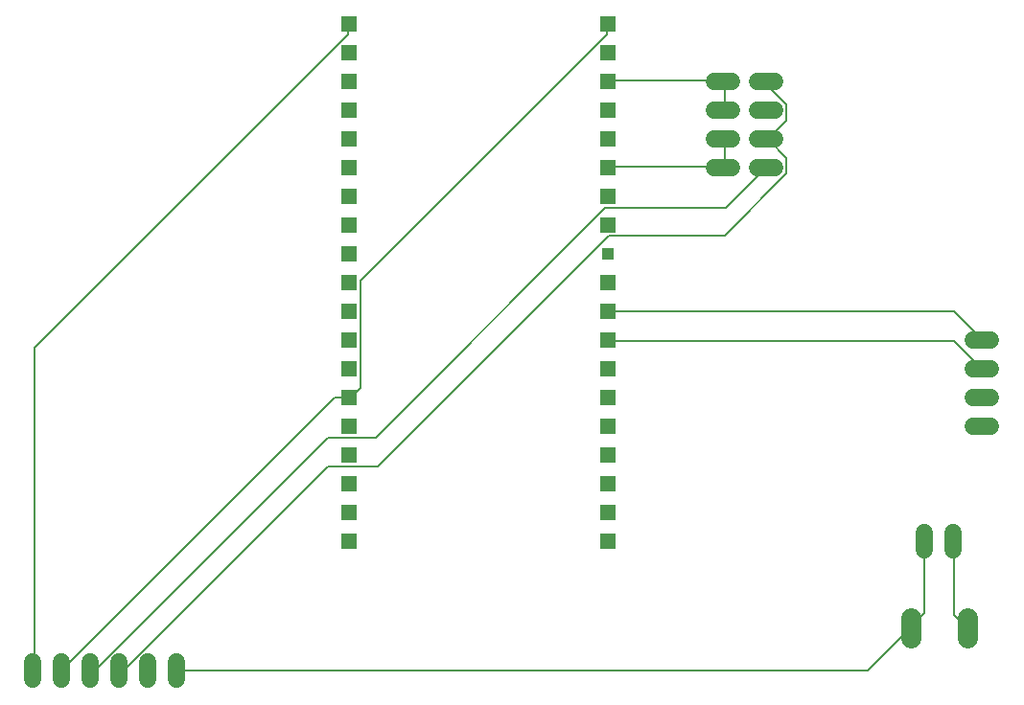
<source format=gbr>
G04 EAGLE Gerber RS-274X export*
G75*
%MOMM*%
%FSLAX34Y34*%
%LPD*%
%INTop Copper*%
%IPPOS*%
%AMOC8*
5,1,8,0,0,1.08239X$1,22.5*%
G01*
%ADD10R,1.358000X1.358000*%
%ADD11R,1.108000X1.108000*%
%ADD12C,1.524000*%
%ADD13C,1.790700*%
%ADD14C,0.152400*%


D10*
X368300Y177800D03*
X368300Y203200D03*
X368300Y228600D03*
X368300Y254000D03*
X368300Y279400D03*
X368300Y304800D03*
X368300Y330200D03*
X368300Y355600D03*
X368300Y381000D03*
X368300Y406400D03*
X368300Y431800D03*
X368300Y457200D03*
X368300Y482600D03*
X368300Y508000D03*
X368300Y533400D03*
X368300Y558800D03*
X368300Y584200D03*
X368300Y609600D03*
X368300Y635000D03*
X596900Y177800D03*
X596900Y203200D03*
X596900Y228600D03*
X596900Y254000D03*
X596900Y279400D03*
X596900Y304800D03*
X596900Y330200D03*
X596900Y355600D03*
X596900Y381000D03*
X596900Y406400D03*
D11*
X596900Y431800D03*
D10*
X596900Y457200D03*
X596900Y482600D03*
X596900Y508000D03*
X596900Y533400D03*
X596900Y558800D03*
X596900Y584200D03*
X596900Y609600D03*
X596900Y635000D03*
D12*
X690880Y584200D02*
X706120Y584200D01*
X706120Y558800D02*
X690880Y558800D01*
X690880Y533400D02*
X706120Y533400D01*
X706120Y508000D02*
X690880Y508000D01*
X728980Y508000D02*
X744220Y508000D01*
X744220Y533400D02*
X728980Y533400D01*
X728980Y558800D02*
X744220Y558800D01*
X744220Y584200D02*
X728980Y584200D01*
X919480Y355600D02*
X934720Y355600D01*
X934720Y330200D02*
X919480Y330200D01*
X919480Y304800D02*
X934720Y304800D01*
X934720Y279400D02*
X919480Y279400D01*
X88900Y71120D02*
X88900Y55880D01*
X114300Y55880D02*
X114300Y71120D01*
X139700Y71120D02*
X139700Y55880D01*
X165100Y55880D02*
X165100Y71120D01*
X190500Y71120D02*
X190500Y55880D01*
X215900Y55880D02*
X215900Y71120D01*
D13*
X864000Y92647D02*
X864000Y110554D01*
X914000Y110554D02*
X914000Y92647D01*
D12*
X876300Y170180D02*
X876300Y185420D01*
X901700Y185420D02*
X901700Y170180D01*
D14*
X368300Y304800D02*
X355092Y304800D01*
X114300Y64008D01*
X114300Y63500D01*
X595884Y626364D02*
X595884Y633984D01*
X595884Y626364D02*
X377952Y408432D01*
X377952Y313944D01*
X368808Y304800D01*
X595884Y633984D02*
X596900Y635000D01*
X368808Y304800D02*
X368300Y304800D01*
X367284Y626364D02*
X367284Y633984D01*
X367284Y626364D02*
X89916Y348996D01*
X89916Y64008D01*
X367284Y633984D02*
X368300Y635000D01*
X89916Y64008D02*
X88900Y63500D01*
X597408Y585216D02*
X697992Y585216D01*
X597408Y585216D02*
X596900Y584200D01*
X697992Y585216D02*
X698500Y584200D01*
X699516Y583692D02*
X699516Y559308D01*
X698500Y558800D01*
X699516Y583692D02*
X698500Y584200D01*
X697992Y509016D02*
X597408Y509016D01*
X596900Y508000D01*
X697992Y509016D02*
X698500Y508000D01*
X699516Y509016D02*
X699516Y533400D01*
X698500Y533400D01*
X699516Y509016D02*
X698500Y508000D01*
X143256Y64008D02*
X140208Y64008D01*
X143256Y64008D02*
X348996Y269748D01*
X391668Y269748D01*
X594360Y472440D01*
X701040Y472440D01*
X736600Y508000D01*
X140208Y64008D02*
X139700Y63500D01*
X166116Y64008D02*
X169164Y64008D01*
X348996Y243840D01*
X393192Y243840D01*
X597408Y448056D01*
X699516Y448056D01*
X754380Y502920D01*
X754380Y516636D01*
X737616Y533400D01*
X166116Y64008D02*
X165100Y63500D01*
X737616Y580644D02*
X737616Y583692D01*
X737616Y580644D02*
X754380Y563880D01*
X754380Y550164D01*
X737616Y533400D01*
X737616Y583692D02*
X736600Y584200D01*
X736600Y533400D02*
X737616Y533400D01*
X596900Y381000D02*
X902208Y381000D01*
X926592Y356616D01*
X927100Y355600D01*
X902208Y355092D02*
X597408Y355092D01*
X902208Y355092D02*
X927100Y330200D01*
X597408Y355092D02*
X596900Y355600D01*
X902208Y176784D02*
X902208Y112776D01*
X912876Y102108D01*
X902208Y176784D02*
X901700Y177800D01*
X912876Y102108D02*
X914000Y101600D01*
X826008Y64008D02*
X216408Y64008D01*
X826008Y64008D02*
X862584Y100584D01*
X216408Y64008D02*
X215900Y63500D01*
X862584Y100584D02*
X864000Y101600D01*
X876300Y114300D02*
X876300Y177800D01*
X876300Y114300D02*
X864108Y102108D01*
X864000Y101600D01*
M02*

</source>
